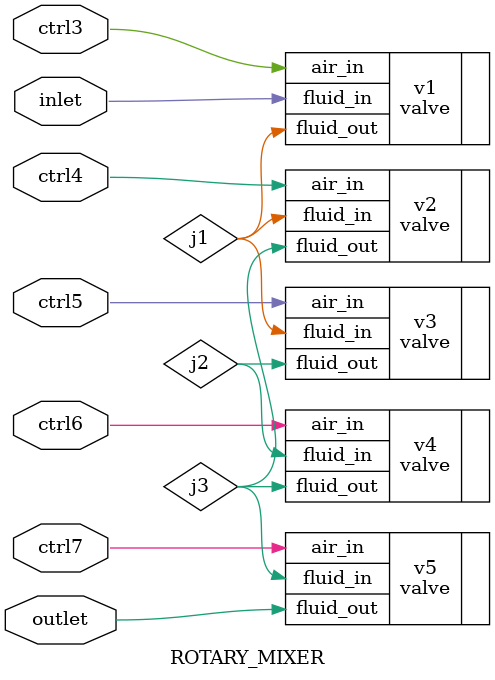
<source format=v>
module rotary16(inout i1, i2, i3, i4, i5, i6,i7,i8,i9,i10,i11,i12,i13,i14,i15,i16,
                 c1, c2, c3, c4, c5, c6, c7, c8,
                 k1, k2, k3, k4, k5, k6,k7,k8,k9,k10,k11,k12,k13,k14,k15,k16,
                 d1, d2, d3, d4, d5, d6, d7, d8,
                 e1, e2, e3, e4, e5);
  MUX16 m1(i1, i2, i3, i4, i5, i6,i7,i8,i9,i10,i11,i12,i13,i14,i15,i16, c1, c2, c3, c4, c5, c6, c7, c8, j1);
  MUX16 m2(k1, k2, k3, k4, k5, k6,k7,k8,k9,k10,k11,k12,k13,k14,k15,k16, d1, d2, d3, d4, d5, d6, d7, d8, j2);
  ROTARY_MIXER r1(j1, j2, e1, e2, e3, e4, e5);
endmodule

module MUX16(inout i1, i2, i3, i4, i5, i6,i7,i8,i9,i10,i11,i12,i13,i14,i15,i16, c1, c2, c3, c4, c5, c6, c7, c8, o1);
  wire j1, j2, j3, j4, j5,j6, j7,j8;
  valve v1(.fluid_in(i1), .fluid_out(j1), .air_in(c1));
  valve v2(.fluid_in(i2), .fluid_out(j1), .air_in(c2));
  valve v3(.fluid_in(i3), .fluid_out(j2), .air_in(c1));
  valve v4(.fluid_in(i4), .fluid_out(j2), .air_in(c2));
  valve v5(.fluid_in(i5), .fluid_out(j3), .air_in(c1));
  valve v6(.fluid_in(i6), .fluid_out(j3), .air_in(c2));
  valve v7(.fluid_in(i7), .fluid_out(j4), .air_in(c1));
  valve v8(.fluid_in(i8), .fluid_out(j4), .air_in(c2));
  valve v9(.fluid_in(i9), .fluid_out(j5), .air_in(c1));
  valve v10(.fluid_in(i10), .fluid_out(j5), .air_in(c2));
  valve v11(.fluid_in(i11), .fluid_out(j6), .air_in(c1));
  valve v12(.fluid_in(i12), .fluid_out(j6), .air_in(c2));
  valve v13(.fluid_in(i13), .fluid_out(j7), .air_in(c1));
  valve v14(.fluid_in(i14), .fluid_out(j7), .air_in(c2));
  valve v15(.fluid_in(i15), .fluid_out(j8), .air_in(c1));
  valve v16(.fluid_in(i16), .fluid_out(j8), .air_in(c2));


  valve vj1(.fluid_in(j1), .fluid_out(k1), .air_in(c3));
  valve vj2(.fluid_in(j2), .fluid_out(k1), .air_in(c4));
  valve vj3(.fluid_in(j3), .fluid_out(k2), .air_in(c3));
  valve vj4(.fluid_in(j4), .fluid_out(k2), .air_in(c4));
  valve vj5(.fluid_in(j5), .fluid_out(k3), .air_in(c3));
  valve vj6(.fluid_in(j6), .fluid_out(k3), .air_in(c4));
  valve vj7(.fluid_in(j7), .fluid_out(k4), .air_in(c3));
  valve vj8(.fluid_in(j8), .fluid_out(k4), .air_in(c4));

  valve vk1(.fluid_in(k1), .fluid_out(l1), .air_in(c5));
  valve vk2(.fluid_in(k2), .fluid_out(l1), .air_in(c6));
  valve vk3(.fluid_in(k3), .fluid_out(l2), .air_in(c5));
  valve vk4(.fluid_in(k4), .fluid_out(l2), .air_in(c6));

  valve vl1(.fluid_in(l1), .fluid_out(o1), .air_in(c7));
  valve vl2(.fluid_in(l2), .fluid_out(o1), .air_in(c8));
endmodule

module ROTARY_MIXER(inout inlet, outlet, ctrl3, ctrl4, ctrl5, ctrl6, ctrl7);
  valve v1(.fluid_in(inlet), .fluid_out(j1), .air_in(ctrl3));
  valve v2(.fluid_in(j1), .fluid_out(j3), .air_in(ctrl4));
  valve v3(.fluid_in(j1), .fluid_out(j2), .air_in(ctrl5));
  valve v4(.fluid_in(j2), .fluid_out(j3), .air_in(ctrl6));
  valve v5(.fluid_in(j3), .fluid_out(outlet), .air_in(ctrl7));
endmodule

</source>
